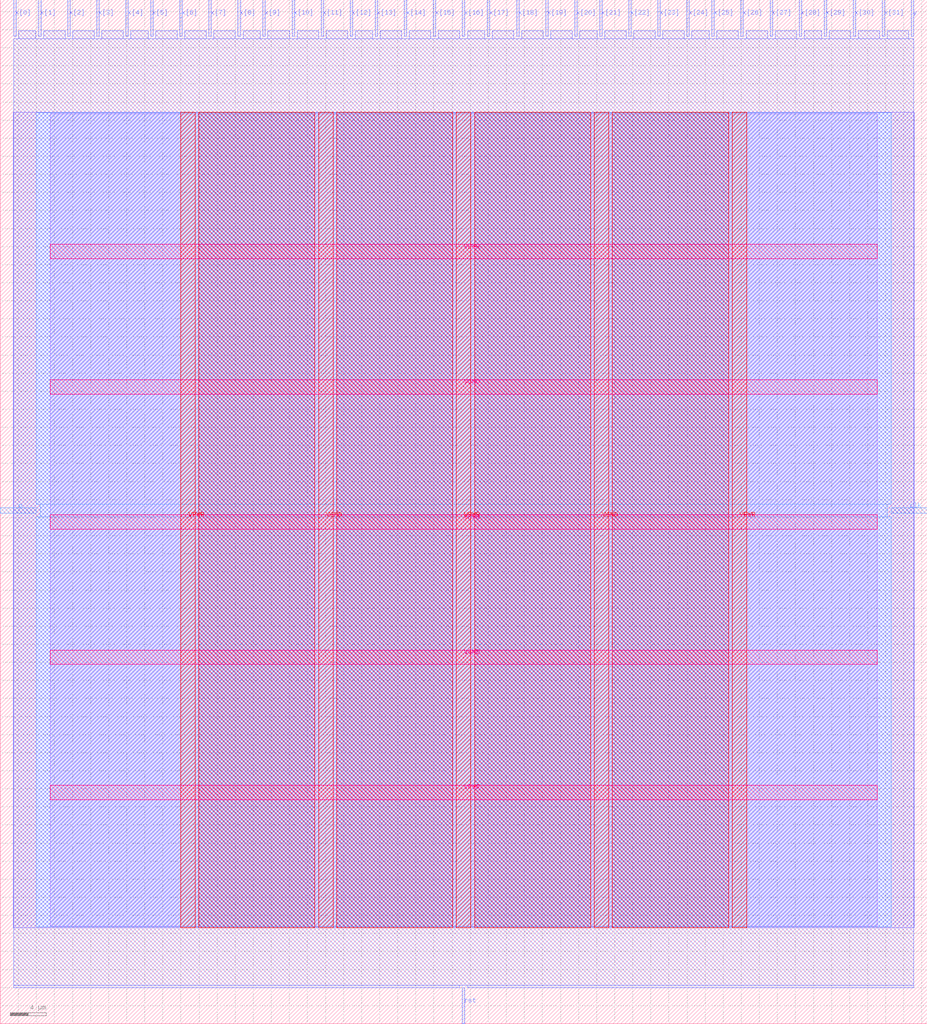
<source format=lef>
VERSION 5.7 ;
  NOWIREEXTENSIONATPIN ON ;
  DIVIDERCHAR "/" ;
  BUSBITCHARS "[]" ;
MACRO spm
  CLASS BLOCK ;
  FOREIGN spm ;
  ORIGIN 0.000 0.000 ;
  SIZE 102.585 BY 113.305 ;
  PIN VGND
    DIRECTION INPUT ;
    USE GROUND ;
    PORT
      LAYER met5 ;
        RECT 5.520 39.760 97.060 41.360 ;
    END
    PORT
      LAYER met5 ;
        RECT 5.520 69.680 97.060 71.280 ;
    END
    PORT
      LAYER met4 ;
        RECT 35.230 10.640 36.830 100.880 ;
    END
    PORT
      LAYER met4 ;
        RECT 65.745 10.640 67.345 100.880 ;
    END
  END VGND
  PIN VPWR
    DIRECTION INPUT ;
    USE POWER ;
    PORT
      LAYER met5 ;
        RECT 5.520 24.800 97.060 26.400 ;
    END
    PORT
      LAYER met5 ;
        RECT 5.520 54.720 97.060 56.320 ;
    END
    PORT
      LAYER met5 ;
        RECT 5.520 84.640 97.060 86.240 ;
    END
    PORT
      LAYER met4 ;
        RECT 19.980 10.640 21.580 100.880 ;
    END
    PORT
      LAYER met4 ;
        RECT 50.490 10.640 52.090 100.880 ;
    END
    PORT
      LAYER met4 ;
        RECT 81.005 10.640 82.605 100.880 ;
    END
  END VPWR
  PIN clk
    DIRECTION INPUT ;
    USE SIGNAL ;
    PORT
      LAYER met3 ;
        RECT 98.585 56.480 102.585 57.080 ;
    END
  END clk
  PIN p
    DIRECTION OUTPUT TRISTATE ;
    USE SIGNAL ;
    PORT
      LAYER met3 ;
        RECT 0.000 56.480 4.000 57.080 ;
    END
  END p
  PIN rst
    DIRECTION INPUT ;
    USE SIGNAL ;
    PORT
      LAYER met2 ;
        RECT 51.150 0.000 51.430 4.000 ;
    END
  END rst
  PIN x[0]
    DIRECTION INPUT ;
    USE SIGNAL ;
    PORT
      LAYER met2 ;
        RECT 1.470 109.305 1.750 113.305 ;
    END
  END x[0]
  PIN x[10]
    DIRECTION INPUT ;
    USE SIGNAL ;
    PORT
      LAYER met2 ;
        RECT 32.290 109.305 32.570 113.305 ;
    END
  END x[10]
  PIN x[11]
    DIRECTION INPUT ;
    USE SIGNAL ;
    PORT
      LAYER met2 ;
        RECT 35.510 109.305 35.790 113.305 ;
    END
  END x[11]
  PIN x[12]
    DIRECTION INPUT ;
    USE SIGNAL ;
    PORT
      LAYER met2 ;
        RECT 38.730 109.305 39.010 113.305 ;
    END
  END x[12]
  PIN x[13]
    DIRECTION INPUT ;
    USE SIGNAL ;
    PORT
      LAYER met2 ;
        RECT 41.490 109.305 41.770 113.305 ;
    END
  END x[13]
  PIN x[14]
    DIRECTION INPUT ;
    USE SIGNAL ;
    PORT
      LAYER met2 ;
        RECT 44.710 109.305 44.990 113.305 ;
    END
  END x[14]
  PIN x[15]
    DIRECTION INPUT ;
    USE SIGNAL ;
    PORT
      LAYER met2 ;
        RECT 47.930 109.305 48.210 113.305 ;
    END
  END x[15]
  PIN x[16]
    DIRECTION INPUT ;
    USE SIGNAL ;
    PORT
      LAYER met2 ;
        RECT 51.150 109.305 51.430 113.305 ;
    END
  END x[16]
  PIN x[17]
    DIRECTION INPUT ;
    USE SIGNAL ;
    PORT
      LAYER met2 ;
        RECT 53.910 109.305 54.190 113.305 ;
    END
  END x[17]
  PIN x[18]
    DIRECTION INPUT ;
    USE SIGNAL ;
    PORT
      LAYER met2 ;
        RECT 57.130 109.305 57.410 113.305 ;
    END
  END x[18]
  PIN x[19]
    DIRECTION INPUT ;
    USE SIGNAL ;
    PORT
      LAYER met2 ;
        RECT 60.350 109.305 60.630 113.305 ;
    END
  END x[19]
  PIN x[1]
    DIRECTION INPUT ;
    USE SIGNAL ;
    PORT
      LAYER met2 ;
        RECT 4.230 109.305 4.510 113.305 ;
    END
  END x[1]
  PIN x[20]
    DIRECTION INPUT ;
    USE SIGNAL ;
    PORT
      LAYER met2 ;
        RECT 63.570 109.305 63.850 113.305 ;
    END
  END x[20]
  PIN x[21]
    DIRECTION INPUT ;
    USE SIGNAL ;
    PORT
      LAYER met2 ;
        RECT 66.330 109.305 66.610 113.305 ;
    END
  END x[21]
  PIN x[22]
    DIRECTION INPUT ;
    USE SIGNAL ;
    PORT
      LAYER met2 ;
        RECT 69.550 109.305 69.830 113.305 ;
    END
  END x[22]
  PIN x[23]
    DIRECTION INPUT ;
    USE SIGNAL ;
    PORT
      LAYER met2 ;
        RECT 72.770 109.305 73.050 113.305 ;
    END
  END x[23]
  PIN x[24]
    DIRECTION INPUT ;
    USE SIGNAL ;
    PORT
      LAYER met2 ;
        RECT 75.990 109.305 76.270 113.305 ;
    END
  END x[24]
  PIN x[25]
    DIRECTION INPUT ;
    USE SIGNAL ;
    PORT
      LAYER met2 ;
        RECT 78.750 109.305 79.030 113.305 ;
    END
  END x[25]
  PIN x[26]
    DIRECTION INPUT ;
    USE SIGNAL ;
    PORT
      LAYER met2 ;
        RECT 81.970 109.305 82.250 113.305 ;
    END
  END x[26]
  PIN x[27]
    DIRECTION INPUT ;
    USE SIGNAL ;
    PORT
      LAYER met2 ;
        RECT 85.190 109.305 85.470 113.305 ;
    END
  END x[27]
  PIN x[28]
    DIRECTION INPUT ;
    USE SIGNAL ;
    PORT
      LAYER met2 ;
        RECT 88.410 109.305 88.690 113.305 ;
    END
  END x[28]
  PIN x[29]
    DIRECTION INPUT ;
    USE SIGNAL ;
    PORT
      LAYER met2 ;
        RECT 91.170 109.305 91.450 113.305 ;
    END
  END x[29]
  PIN x[2]
    DIRECTION INPUT ;
    USE SIGNAL ;
    PORT
      LAYER met2 ;
        RECT 7.450 109.305 7.730 113.305 ;
    END
  END x[2]
  PIN x[30]
    DIRECTION INPUT ;
    USE SIGNAL ;
    PORT
      LAYER met2 ;
        RECT 94.390 109.305 94.670 113.305 ;
    END
  END x[30]
  PIN x[31]
    DIRECTION INPUT ;
    USE SIGNAL ;
    PORT
      LAYER met2 ;
        RECT 97.610 109.305 97.890 113.305 ;
    END
  END x[31]
  PIN x[3]
    DIRECTION INPUT ;
    USE SIGNAL ;
    PORT
      LAYER met2 ;
        RECT 10.670 109.305 10.950 113.305 ;
    END
  END x[3]
  PIN x[4]
    DIRECTION INPUT ;
    USE SIGNAL ;
    PORT
      LAYER met2 ;
        RECT 13.890 109.305 14.170 113.305 ;
    END
  END x[4]
  PIN x[5]
    DIRECTION INPUT ;
    USE SIGNAL ;
    PORT
      LAYER met2 ;
        RECT 16.650 109.305 16.930 113.305 ;
    END
  END x[5]
  PIN x[6]
    DIRECTION INPUT ;
    USE SIGNAL ;
    PORT
      LAYER met2 ;
        RECT 19.870 109.305 20.150 113.305 ;
    END
  END x[6]
  PIN x[7]
    DIRECTION INPUT ;
    USE SIGNAL ;
    PORT
      LAYER met2 ;
        RECT 23.090 109.305 23.370 113.305 ;
    END
  END x[7]
  PIN x[8]
    DIRECTION INPUT ;
    USE SIGNAL ;
    PORT
      LAYER met2 ;
        RECT 26.310 109.305 26.590 113.305 ;
    END
  END x[8]
  PIN x[9]
    DIRECTION INPUT ;
    USE SIGNAL ;
    PORT
      LAYER met2 ;
        RECT 29.070 109.305 29.350 113.305 ;
    END
  END x[9]
  PIN y
    DIRECTION INPUT ;
    USE SIGNAL ;
    PORT
      LAYER met2 ;
        RECT 100.830 109.305 101.110 113.305 ;
    END
  END y
  OBS
      LAYER li1 ;
        RECT 5.520 10.795 97.060 100.725 ;
      LAYER met1 ;
        RECT 1.450 10.640 101.130 100.880 ;
      LAYER met2 ;
        RECT 2.030 109.025 3.950 109.890 ;
        RECT 4.790 109.025 7.170 109.890 ;
        RECT 8.010 109.025 10.390 109.890 ;
        RECT 11.230 109.025 13.610 109.890 ;
        RECT 14.450 109.025 16.370 109.890 ;
        RECT 17.210 109.025 19.590 109.890 ;
        RECT 20.430 109.025 22.810 109.890 ;
        RECT 23.650 109.025 26.030 109.890 ;
        RECT 26.870 109.025 28.790 109.890 ;
        RECT 29.630 109.025 32.010 109.890 ;
        RECT 32.850 109.025 35.230 109.890 ;
        RECT 36.070 109.025 38.450 109.890 ;
        RECT 39.290 109.025 41.210 109.890 ;
        RECT 42.050 109.025 44.430 109.890 ;
        RECT 45.270 109.025 47.650 109.890 ;
        RECT 48.490 109.025 50.870 109.890 ;
        RECT 51.710 109.025 53.630 109.890 ;
        RECT 54.470 109.025 56.850 109.890 ;
        RECT 57.690 109.025 60.070 109.890 ;
        RECT 60.910 109.025 63.290 109.890 ;
        RECT 64.130 109.025 66.050 109.890 ;
        RECT 66.890 109.025 69.270 109.890 ;
        RECT 70.110 109.025 72.490 109.890 ;
        RECT 73.330 109.025 75.710 109.890 ;
        RECT 76.550 109.025 78.470 109.890 ;
        RECT 79.310 109.025 81.690 109.890 ;
        RECT 82.530 109.025 84.910 109.890 ;
        RECT 85.750 109.025 88.130 109.890 ;
        RECT 88.970 109.025 90.890 109.890 ;
        RECT 91.730 109.025 94.110 109.890 ;
        RECT 94.950 109.025 97.330 109.890 ;
        RECT 98.170 109.025 100.550 109.890 ;
        RECT 1.480 4.280 101.100 109.025 ;
        RECT 1.480 4.000 50.870 4.280 ;
        RECT 51.710 4.000 101.100 4.280 ;
      LAYER met3 ;
        RECT 4.000 57.480 98.585 100.805 ;
        RECT 4.400 56.080 98.185 57.480 ;
        RECT 4.000 10.715 98.585 56.080 ;
      LAYER met4 ;
        RECT 21.980 10.640 34.830 100.880 ;
        RECT 37.230 10.640 50.090 100.880 ;
        RECT 52.490 10.640 65.345 100.880 ;
        RECT 67.745 10.640 80.605 100.880 ;
  END
END spm
END LIBRARY


</source>
